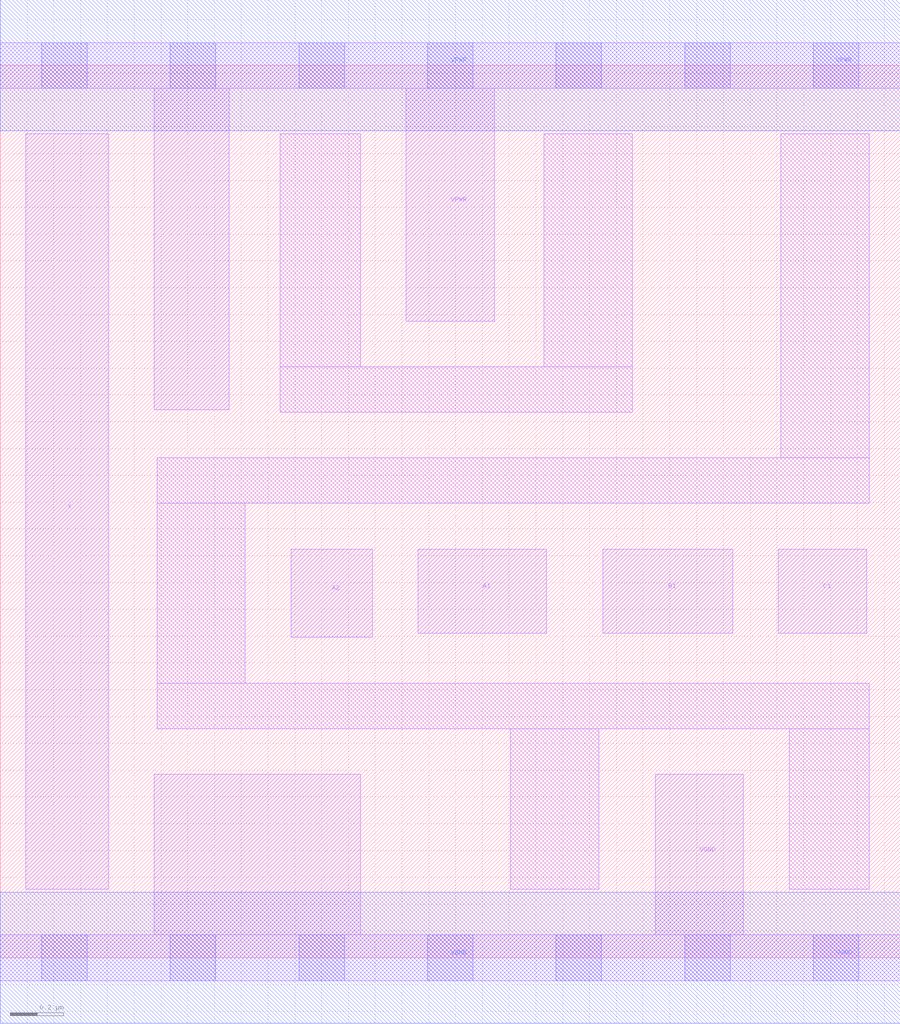
<source format=lef>
# Copyright 2020 The SkyWater PDK Authors
#
# Licensed under the Apache License, Version 2.0 (the "License");
# you may not use this file except in compliance with the License.
# You may obtain a copy of the License at
#
#     https://www.apache.org/licenses/LICENSE-2.0
#
# Unless required by applicable law or agreed to in writing, software
# distributed under the License is distributed on an "AS IS" BASIS,
# WITHOUT WARRANTIES OR CONDITIONS OF ANY KIND, either express or implied.
# See the License for the specific language governing permissions and
# limitations under the License.
#
# SPDX-License-Identifier: Apache-2.0

VERSION 5.7 ;
  NAMESCASESENSITIVE ON ;
  NOWIREEXTENSIONATPIN ON ;
  DIVIDERCHAR "/" ;
  BUSBITCHARS "[]" ;
UNITS
  DATABASE MICRONS 200 ;
END UNITS
MACRO sky130_fd_sc_lp__a211o_1
  CLASS CORE ;
  SOURCE USER ;
  FOREIGN sky130_fd_sc_lp__a211o_1 ;
  ORIGIN  0.000000  0.000000 ;
  SIZE  3.360000 BY  3.330000 ;
  SYMMETRY X Y R90 ;
  SITE unit ;
  PIN A1
    ANTENNAGATEAREA  0.315000 ;
    DIRECTION INPUT ;
    USE SIGNAL ;
    PORT
      LAYER li1 ;
        RECT 1.560000 1.210000 2.040000 1.525000 ;
    END
  END A1
  PIN A2
    ANTENNAGATEAREA  0.315000 ;
    DIRECTION INPUT ;
    USE SIGNAL ;
    PORT
      LAYER li1 ;
        RECT 1.085000 1.195000 1.390000 1.525000 ;
    END
  END A2
  PIN B1
    ANTENNAGATEAREA  0.315000 ;
    DIRECTION INPUT ;
    USE SIGNAL ;
    PORT
      LAYER li1 ;
        RECT 2.250000 1.210000 2.735000 1.525000 ;
    END
  END B1
  PIN C1
    ANTENNAGATEAREA  0.315000 ;
    DIRECTION INPUT ;
    USE SIGNAL ;
    PORT
      LAYER li1 ;
        RECT 2.905000 1.210000 3.235000 1.525000 ;
    END
  END C1
  PIN X
    ANTENNADIFFAREA  0.556500 ;
    DIRECTION OUTPUT ;
    USE SIGNAL ;
    PORT
      LAYER li1 ;
        RECT 0.095000 0.255000 0.405000 3.075000 ;
    END
  END X
  PIN VGND
    DIRECTION INOUT ;
    USE GROUND ;
    PORT
      LAYER li1 ;
        RECT 0.000000 -0.085000 3.360000 0.085000 ;
        RECT 0.575000  0.085000 1.345000 0.685000 ;
        RECT 2.445000  0.085000 2.775000 0.685000 ;
      LAYER mcon ;
        RECT 0.155000 -0.085000 0.325000 0.085000 ;
        RECT 0.635000 -0.085000 0.805000 0.085000 ;
        RECT 1.115000 -0.085000 1.285000 0.085000 ;
        RECT 1.595000 -0.085000 1.765000 0.085000 ;
        RECT 2.075000 -0.085000 2.245000 0.085000 ;
        RECT 2.555000 -0.085000 2.725000 0.085000 ;
        RECT 3.035000 -0.085000 3.205000 0.085000 ;
      LAYER met1 ;
        RECT 0.000000 -0.245000 3.360000 0.245000 ;
    END
  END VGND
  PIN VPWR
    DIRECTION INOUT ;
    USE POWER ;
    PORT
      LAYER li1 ;
        RECT 0.000000 3.245000 3.360000 3.415000 ;
        RECT 0.575000 2.045000 0.855000 3.245000 ;
        RECT 1.515000 2.375000 1.845000 3.245000 ;
      LAYER mcon ;
        RECT 0.155000 3.245000 0.325000 3.415000 ;
        RECT 0.635000 3.245000 0.805000 3.415000 ;
        RECT 1.115000 3.245000 1.285000 3.415000 ;
        RECT 1.595000 3.245000 1.765000 3.415000 ;
        RECT 2.075000 3.245000 2.245000 3.415000 ;
        RECT 2.555000 3.245000 2.725000 3.415000 ;
        RECT 3.035000 3.245000 3.205000 3.415000 ;
      LAYER met1 ;
        RECT 0.000000 3.085000 3.360000 3.575000 ;
    END
  END VPWR
  OBS
    LAYER li1 ;
      RECT 0.585000 0.855000 3.245000 1.025000 ;
      RECT 0.585000 1.025000 0.915000 1.695000 ;
      RECT 0.585000 1.695000 3.245000 1.865000 ;
      RECT 1.045000 2.035000 2.360000 2.205000 ;
      RECT 1.045000 2.205000 1.345000 3.075000 ;
      RECT 1.905000 0.255000 2.235000 0.855000 ;
      RECT 2.030000 2.205000 2.360000 3.075000 ;
      RECT 2.915000 1.865000 3.245000 3.075000 ;
      RECT 2.945000 0.255000 3.245000 0.855000 ;
  END
END sky130_fd_sc_lp__a211o_1

</source>
